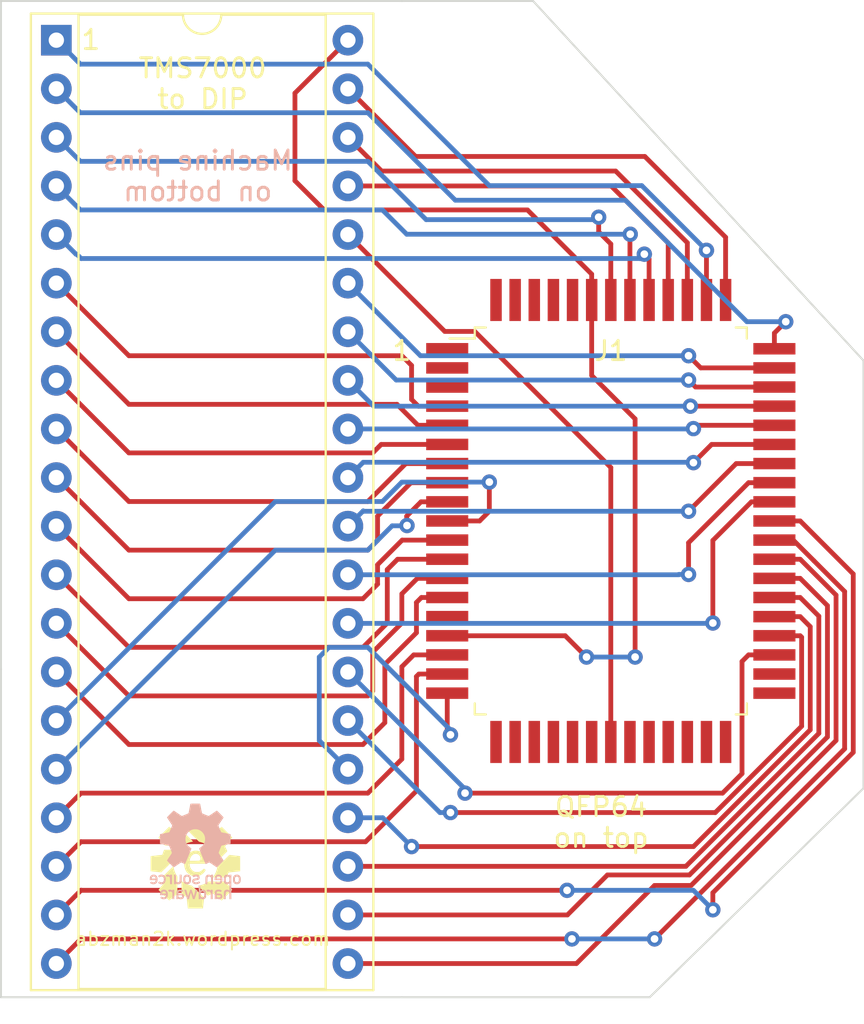
<source format=kicad_pcb>
(kicad_pcb (version 20211014) (generator pcbnew)
  (layers (0 "F.Cu" signal) (31 "B.Cu" signal) (34 "B.Paste" user) (35 "F.Paste" user) (36 "B.SilkS" user "B.Silkscreen") (37 "F.SilkS" user "F.Silkscreen") (38 "B.Mask" user) (39 "F.Mask" user) (44 "Edge.Cuts" user))
  (net 0 "")
  (net 1 "B5")
  (net 2 "B0")
  (net 3 "B2")
  (net 4 "B6")
  (net 5 "B3")
  (net 6 "B7")
  (net 7 "B1")
  (net 8 "Vss")
  (net 9 "B4")
  (net 10 "A1")
  (net 11 "A3")
  (net 12 "A7")
  (net 13 "{slash}INT1")
  (net 14 "A6")
  (net 15 "A0")
  (net 16 "A2")
  (net 17 "A4")
  (net 18 "{slash}INT3")
  (net 19 "{slash}RESET")
  (net 20 "XTAL2")
  (net 21 "D7")
  (net 22 "D4")
  (net 23 "D2")
  (net 24 "D1")
  (net 25 "A5")
  (net 26 "XTAL1")
  (net 27 "D6")
  (net 28 "D5")
  (net 29 "D3")
  (net 30 "Vcc")
  (net 31 "D0")
  (net 32 "C1")
  (net 33 "C3")
  (net 34 "C5")
  (net 35 "C7")
  (net 36 "MC")
  (net 37 "C0")
  (net 38 "C2")
  (net 39 "C4")
  (net 40 "C6")
  (net 41 "F0")
  (net 42 "F2")
  (net 43 "F4")
  (net 44 "F6")
  (net 45 "F1")
  (net 46 "F3")
  (net 47 "F5")
  (net 48 "F7")
  (net 49 "{slash}HALT")
  (net 50 "G2")
  (net 51 "G4")
  (net 52 "E1")
  (net 53 "E3")
  (net 54 "E5")
  (net 55 "E7")
  (net 56 "G0")
  (net 57 "G1")
  (net 58 "G3")
  (net 59 "G5")
  (net 60 "E0")
  (net 61 "E2")
  (net 62 "E4")
  (net 63 "E6")
  (footprint "Package_DIP:DIP-40_W15.24mm_Socket" (layer "F.Cu") (at 120.116 48.5315)
    (fp_text reference "U1" hide)
    (fp_text value "DIP40 male pins")
    (pad "1" thru_hole rect locked (at 0 0) (size 1.6 1.6) (drill 0.8) (layers *.Cu *.Mask) (net 1 "B5"))
    (pad "2" thru_hole oval locked (at 0 2.54) (size 1.6 1.6) (drill 0.8) (layers *.Cu *.Mask) (net 6 "B7"))
    (pad "3" thru_hole oval locked (at 0 5.08) (size 1.6 1.6) (drill 0.8) (layers *.Cu *.Mask) (net 2 "B0"))
    (pad "4" thru_hole oval locked (at 0 7.62) (size 1.6 1.6) (drill 0.8) (layers *.Cu *.Mask) (net 7 "B1"))
    (pad "5" thru_hole oval locked (at 0 10.16) (size 1.6 1.6) (drill 0.8) (layers *.Cu *.Mask) (net 3 "B2"))
    (pad "6" thru_hole oval locked (at 0 12.7) (size 1.6 1.6) (drill 0.8) (layers *.Cu *.Mask) (net 15 "A0"))
    (pad "7" thru_hole oval locked (at 0 15.24) (size 1.6 1.6) (drill 0.8) (layers *.Cu *.Mask) (net 10 "A1"))
    (pad "8" thru_hole oval locked (at 0 17.78) (size 1.6 1.6) (drill 0.8) (layers *.Cu *.Mask) (net 16 "A2"))
    (pad "9" thru_hole oval locked (at 0 20.32) (size 1.6 1.6) (drill 0.8) (layers *.Cu *.Mask) (net 11 "A3"))
    (pad "10" thru_hole oval locked (at 0 22.86) (size 1.6 1.6) (drill 0.8) (layers *.Cu *.Mask) (net 17 "A4"))
    (pad "11" thru_hole oval locked (at 0 25.4) (size 1.6 1.6) (drill 0.8) (layers *.Cu *.Mask) (net 12 "A7"))
    (pad "12" thru_hole oval locked (at 0 27.94) (size 1.6 1.6) (drill 0.8) (layers *.Cu *.Mask) (net 18 "{slash}INT3"))
    (pad "13" thru_hole oval locked (at 0 30.48) (size 1.6 1.6) (drill 0.8) (layers *.Cu *.Mask) (net 13 "{slash}INT1"))
    (pad "14" thru_hole oval locked (at 0 33.02) (size 1.6 1.6) (drill 0.8) (layers *.Cu *.Mask) (net 19 "{slash}RESET"))
    (pad "15" thru_hole oval locked (at 0 35.56) (size 1.6 1.6) (drill 0.8) (layers *.Cu *.Mask) (net 14 "A6"))
    (pad "16" thru_hole oval locked (at 0 38.1) (size 1.6 1.6) (drill 0.8) (layers *.Cu *.Mask) (net 25 "A5"))
    (pad "17" thru_hole oval locked (at 0 40.64) (size 1.6 1.6) (drill 0.8) (layers *.Cu *.Mask) (net 20 "XTAL2"))
    (pad "18" thru_hole oval locked (at 0 43.18) (size 1.6 1.6) (drill 0.8) (layers *.Cu *.Mask) (net 26 "XTAL1"))
    (pad "19" thru_hole oval locked (at 0 45.72) (size 1.6 1.6) (drill 0.8) (layers *.Cu *.Mask) (net 21 "D7"))
    (pad "20" thru_hole oval locked (at 0 48.26) (size 1.6 1.6) (drill 0.8) (layers *.Cu *.Mask) (net 27 "D6"))
    (pad "21" thru_hole oval locked (at 15.24 48.26) (size 1.6 1.6) (drill 0.8) (layers *.Cu *.Mask) (net 28 "D5"))
    (pad "22" thru_hole oval locked (at 15.24 45.72) (size 1.6 1.6) (drill 0.8) (layers *.Cu *.Mask) (net 22 "D4"))
    (pad "23" thru_hole oval locked (at 15.24 43.18) (size 1.6 1.6) (drill 0.8) (layers *.Cu *.Mask) (net 29 "D3"))
    (pad "24" thru_hole oval locked (at 15.24 40.64) (size 1.6 1.6) (drill 0.8) (layers *.Cu *.Mask) (net 23 "D2"))
    (pad "25" thru_hole oval locked (at 15.24 38.1) (size 1.6 1.6) (drill 0.8) (layers *.Cu *.Mask) (net 30 "Vcc"))
    (pad "26" thru_hole oval locked (at 15.24 35.56) (size 1.6 1.6) (drill 0.8) (layers *.Cu *.Mask) (net 24 "D1"))
    (pad "27" thru_hole oval locked (at 15.24 33.02) (size 1.6 1.6) (drill 0.8) (layers *.Cu *.Mask) (net 31 "D0"))
    (pad "28" thru_hole oval locked (at 15.24 30.48) (size 1.6 1.6) (drill 0.8) (layers *.Cu *.Mask) (net 37 "C0"))
    (pad "29" thru_hole oval locked (at 15.24 27.94) (size 1.6 1.6) (drill 0.8) (layers *.Cu *.Mask) (net 32 "C1"))
    (pad "30" thru_hole oval locked (at 15.24 25.4) (size 1.6 1.6) (drill 0.8) (layers *.Cu *.Mask) (net 38 "C2"))
    (pad "31" thru_hole oval locked (at 15.24 22.86) (size 1.6 1.6) (drill 0.8) (layers *.Cu *.Mask) (net 33 "C3"))
    (pad "32" thru_hole oval locked (at 15.24 20.32) (size 1.6 1.6) (drill 0.8) (layers *.Cu *.Mask) (net 39 "C4"))
    (pad "33" thru_hole oval locked (at 15.24 17.78) (size 1.6 1.6) (drill 0.8) (layers *.Cu *.Mask) (net 34 "C5"))
    (pad "34" thru_hole oval locked (at 15.24 15.24) (size 1.6 1.6) (drill 0.8) (layers *.Cu *.Mask) (net 40 "C6"))
    (pad "35" thru_hole oval locked (at 15.24 12.7) (size 1.6 1.6) (drill 0.8) (layers *.Cu *.Mask) (net 35 "C7"))
    (pad "36" thru_hole oval locked (at 15.24 10.16) (size 1.6 1.6) (drill 0.8) (layers *.Cu *.Mask) (net 36 "MC"))
    (pad "37" thru_hole oval locked (at 15.24 7.62) (size 1.6 1.6) (drill 0.8) (layers *.Cu *.Mask) (net 5 "B3"))
    (pad "38" thru_hole oval locked (at 15.24 5.08) (size 1.6 1.6) (drill 0.8) (layers *.Cu *.Mask) (net 9 "B4"))
    (pad "39" thru_hole oval locked (at 15.24 2.54) (size 1.6 1.6) (drill 0.8) (layers *.Cu *.Mask) (net 4 "B6"))
    (pad "40" thru_hole oval locked (at 15.24 0) (size 1.6 1.6) (drill 0.8) (layers *.Cu *.Mask) (net 8 "Vss"))
  )
  (footprint "Evan's misc parts:Evan Logo" (layer "F.Cu") (at 127.381 91.567)
    (fp_text reference "G***" hide)
    (fp_text value "LOGO" hide)
  )
  (footprint "Evan's misc parts:QFP-64_14x20mm_P1.0mm" (layer "F.Cu") (at 149.098 73.66)
    (fp_text reference "J1" (at 0 -8.89) (layer "F.SilkS"))
    (fp_text value "qfp 64")
    (pad "1" smd rect (at -8.55 -9 270) (size 0.6 2.2) (layers "F.Cu" "F.Paste" "F.Mask") (net 47 "F5"))
    (pad "2" smd rect (at -8.55 -8 270) (size 0.6 2.2) (layers "F.Cu" "F.Paste" "F.Mask") (net 44 "F6"))
    (pad "3" smd rect (at -8.55 -7 270) (size 0.6 2.2) (layers "F.Cu" "F.Paste" "F.Mask") (net 48 "F7"))
    (pad "4" smd rect (at -8.55 -6 270) (size 0.6 2.2) (layers "F.Cu" "F.Paste" "F.Mask") (net 15 "A0"))
    (pad "5" smd rect (at -8.55 -5 270) (size 0.6 2.2) (layers "F.Cu" "F.Paste" "F.Mask") (net 10 "A1"))
    (pad "6" smd rect (at -8.55 -4 270) (size 0.6 2.2) (layers "F.Cu" "F.Paste" "F.Mask") (net 16 "A2"))
    (pad "7" smd rect (at -8.55 -3 270) (size 0.6 2.2) (layers "F.Cu" "F.Paste" "F.Mask") (net 11 "A3"))
    (pad "8" smd rect (at -8.55 -2 270) (size 0.6 2.2) (layers "F.Cu" "F.Paste" "F.Mask") (net 17 "A4"))
    (pad "9" smd rect (at -8.55 -1 270) (size 0.6 2.2) (layers "F.Cu" "F.Paste" "F.Mask") (net 25 "A5"))
    (pad "10" smd rect (at -8.55 0 270) (size 0.6 2.2) (layers "F.Cu" "F.Paste" "F.Mask") (net 14 "A6"))
    (pad "11" smd rect (at -8.55 1 270) (size 0.6 2.2) (layers "F.Cu" "F.Paste" "F.Mask") (net 12 "A7"))
    (pad "12" smd rect (at -8.55 2 270) (size 0.6 2.2) (layers "F.Cu" "F.Paste" "F.Mask") (net 18 "{slash}INT3"))
    (pad "13" smd rect (at -8.55 3 270) (size 0.6 2.2) (layers "F.Cu" "F.Paste" "F.Mask") (net 13 "{slash}INT1"))
    (pad "14" smd rect (at -8.55 4 270) (size 0.6 2.2) (layers "F.Cu" "F.Paste" "F.Mask") (net 19 "{slash}RESET"))
    (pad "15" smd rect (at -8.55 5 270) (size 0.6 2.2) (layers "F.Cu" "F.Paste" "F.Mask") (net 49 "{slash}HALT"))
    (pad "16" smd rect (at -8.55 6 270) (size 0.6 2.2) (layers "F.Cu" "F.Paste" "F.Mask") (net 8 "Vss"))
    (pad "17" smd rect (at -8.55 7 270) (size 0.6 2.2) (layers "F.Cu" "F.Paste" "F.Mask") (net 20 "XTAL2"))
    (pad "18" smd rect (at -8.55 8 270) (size 0.6 2.2) (layers "F.Cu" "F.Paste" "F.Mask") (net 26 "XTAL1"))
    (pad "19" smd rect (at -8.55 9 270) (size 0.6 2.2) (layers "F.Cu" "F.Paste" "F.Mask") (net 30 "Vcc"))
    (pad "20" smd rect (at -6 11.55) (size 0.6 2.2) (layers "F.Cu" "F.Paste" "F.Mask") (net 56 "G0"))
    (pad "21" smd rect (at -5 11.55) (size 0.6 2.2) (layers "F.Cu" "F.Paste" "F.Mask") (net 57 "G1"))
    (pad "22" smd rect (at -4 11.55) (size 0.6 2.2) (layers "F.Cu" "F.Paste" "F.Mask") (net 50 "G2"))
    (pad "23" smd rect (at -3 11.55) (size 0.6 2.2) (layers "F.Cu" "F.Paste" "F.Mask") (net 58 "G3"))
    (pad "24" smd rect (at -2 11.55) (size 0.6 2.2) (layers "F.Cu" "F.Paste" "F.Mask") (net 51 "G4"))
    (pad "25" smd rect (at -1 11.55) (size 0.6 2.2) (layers "F.Cu" "F.Paste" "F.Mask") (net 59 "G5"))
    (pad "26" smd rect (at 0 11.55) (size 0.6 2.2) (layers "F.Cu" "F.Paste" "F.Mask") (net 36 "MC"))
    (pad "27" smd rect (at 1 11.55) (size 0.6 2.2) (layers "F.Cu" "F.Paste" "F.Mask") (net 60 "E0"))
    (pad "28" smd rect (at 2 11.55) (size 0.6 2.2) (layers "F.Cu" "F.Paste" "F.Mask") (net 52 "E1"))
    (pad "29" smd rect (at 3 11.55) (size 0.6 2.2) (layers "F.Cu" "F.Paste" "F.Mask") (net 61 "E2"))
    (pad "30" smd rect (at 4 11.55) (size 0.6 2.2) (layers "F.Cu" "F.Paste" "F.Mask") (net 53 "E3"))
    (pad "31" smd rect (at 5 11.55) (size 0.6 2.2) (layers "F.Cu" "F.Paste" "F.Mask") (net 62 "E4"))
    (pad "32" smd rect (at 6 11.55) (size 0.6 2.2) (layers "F.Cu" "F.Paste" "F.Mask") (net 54 "E5"))
    (pad "33" smd rect (at 8.55 9 90) (size 0.6 2.2) (layers "F.Cu" "F.Paste" "F.Mask") (net 63 "E6"))
    (pad "34" smd rect (at 8.55 8 90) (size 0.6 2.2) (layers "F.Cu" "F.Paste" "F.Mask") (net 55 "E7"))
    (pad "35" smd rect (at 8.55 7 90) (size 0.6 2.2) (layers "F.Cu" "F.Paste" "F.Mask") (net 31 "D0"))
    (pad "36" smd rect (at 8.55 6 90) (size 0.6 2.2) (layers "F.Cu" "F.Paste" "F.Mask") (net 24 "D1"))
    (pad "37" smd rect (at 8.55 5 90) (size 0.6 2.2) (layers "F.Cu" "F.Paste" "F.Mask") (net 23 "D2"))
    (pad "38" smd rect (at 8.55 4 90) (size 0.6 2.2) (layers "F.Cu" "F.Paste" "F.Mask") (net 29 "D3"))
    (pad "39" smd rect (at 8.55 3 90) (size 0.6 2.2) (layers "F.Cu" "F.Paste" "F.Mask") (net 22 "D4"))
    (pad "40" smd rect (at 8.55 2 90) (size 0.6 2.2) (layers "F.Cu" "F.Paste" "F.Mask") (net 28 "D5"))
    (pad "41" smd rect (at 8.55 1 90) (size 0.6 2.2) (layers "F.Cu" "F.Paste" "F.Mask") (net 27 "D6"))
    (pad "42" smd rect (at 8.55 0 90) (size 0.6 2.2) (layers "F.Cu" "F.Paste" "F.Mask") (net 21 "D7"))
    (pad "43" smd rect (at 8.55 -1 90) (size 0.6 2.2) (layers "F.Cu" "F.Paste" "F.Mask") (net 37 "C0"))
    (pad "44" smd rect (at 8.55 -2 90) (size 0.6 2.2) (layers "F.Cu" "F.Paste" "F.Mask") (net 32 "C1"))
    (pad "45" smd rect (at 8.55 -3 90) (size 0.6 2.2) (layers "F.Cu" "F.Paste" "F.Mask") (net 38 "C2"))
    (pad "46" smd rect (at 8.55 -4 90) (size 0.6 2.2) (layers "F.Cu" "F.Paste" "F.Mask") (net 33 "C3"))
    (pad "47" smd rect (at 8.55 -5 90) (size 0.6 2.2) (layers "F.Cu" "F.Paste" "F.Mask") (net 39 "C4"))
    (pad "48" smd rect (at 8.55 -6 90) (size 0.6 2.2) (layers "F.Cu" "F.Paste" "F.Mask") (net 34 "C5"))
    (pad "49" smd rect (at 8.55 -7 90) (size 0.6 2.2) (layers "F.Cu" "F.Paste" "F.Mask") (net 40 "C6"))
    (pad "50" smd rect (at 8.55 -8 90) (size 0.6 2.2) (layers "F.Cu" "F.Paste" "F.Mask") (net 35 "C7"))
    (pad "51" smd rect (at 8.55 -9 90) (size 0.6 2.2) (layers "F.Cu" "F.Paste" "F.Mask") (net 6 "B7"))
    (pad "52" smd rect (at 6 -11.55 180) (size 0.6 2.2) (layers "F.Cu" "F.Paste" "F.Mask") (net 4 "B6"))
    (pad "53" smd rect (at 5 -11.55 180) (size 0.6 2.2) (layers "F.Cu" "F.Paste" "F.Mask") (net 1 "B5"))
    (pad "54" smd rect (at 4 -11.55 180) (size 0.6 2.2) (layers "F.Cu" "F.Paste" "F.Mask") (net 9 "B4"))
    (pad "55" smd rect (at 3 -11.55 180) (size 0.6 2.2) (layers "F.Cu" "F.Paste" "F.Mask") (net 5 "B3"))
    (pad "56" smd rect (at 2 -11.55 180) (size 0.6 2.2) (layers "F.Cu" "F.Paste" "F.Mask") (net 3 "B2"))
    (pad "57" smd rect (at 1 -11.55 180) (size 0.6 2.2) (layers "F.Cu" "F.Paste" "F.Mask") (net 7 "B1"))
    (pad "58" smd rect (at 0 -11.55 180) (size 0.6 2.2) (layers "F.Cu" "F.Paste" "F.Mask") (net 2 "B0"))
    (pad "59" smd rect (at -1 -11.55 180) (size 0.6 2.2) (layers "F.Cu" "F.Paste" "F.Mask") (net 8 "Vss"))
    (pad "60" smd rect (at -2 -11.55 180) (size 0.6 2.2) (layers "F.Cu" "F.Paste" "F.Mask") (net 41 "F0"))
    (pad "61" smd rect (at -3 -11.55 180) (size 0.6 2.2) (layers "F.Cu" "F.Paste" "F.Mask") (net 45 "F1"))
    (pad "62" smd rect (at -4 -11.55 180) (size 0.6 2.2) (layers "F.Cu" "F.Paste" "F.Mask") (net 42 "F2"))
    (pad "63" smd rect (at -5 -11.55 180) (size 0.6 2.2) (layers "F.Cu" "F.Paste" "F.Mask") (net 46 "F3"))
    (pad "64" smd rect (at -6 -11.55 180) (size 0.6 2.2) (layers "F.Cu" "F.Paste" "F.Mask") (net 43 "F4"))
  )
  (footprint "Evan's misc parts:OSHW gear" (layer "B.Cu") (at 127.381 90.932 180)
    (fp_text reference "G***" hide)
    (fp_text value "LOGO" hide)
  )
  (gr_line (start 138.176 98.552) (end 151.13 98.552) (layer "Edge.Cuts") (width 0.1))
  (gr_line (start 117.221 98.552) (end 138.176 98.552) (layer "Edge.Cuts") (width 0.1))
  (gr_line (start 138.176 46.482) (end 145.034 46.482) (layer "Edge.Cuts") (width 0.1))
  (gr_line (start 145.034 46.482) (end 162.306 65.278) (layer "Edge.Cuts") (width 0.1))
  (gr_line (start 151.13 98.552) (end 162.306 87.63) (layer "Edge.Cuts") (width 0.1))
  (gr_line (start 117.221 46.482) (end 117.221 81.407) (layer "Edge.Cuts") (width 0.1))
  (gr_line (start 138.176 46.482) (end 117.221 46.482) (layer "Edge.Cuts") (width 0.1))
  (gr_line (start 162.306 65.278) (end 162.306 87.63) (layer "Edge.Cuts") (width 0.1))
  (gr_line (start 117.221 81.407) (end 117.221 98.552) (layer "Edge.Cuts") (width 0.1))
  (gr_text "Machine pins\non bottom" (at 127.508 55.626) (layer "B.SilkS") (effects (font (size 1 1)) (justify mirror)))
  (gr_text "TMS7000\nto DIP" (at 127.762 50.8) (layer "F.SilkS") (effects (font (size 1 1))))
  (gr_text "1" (at 138.176 64.77) (layer "F.SilkS") (effects (font (size 1 1))))
  (gr_text "1" (at 121.92 48.514) (layer "F.SilkS") (effects (font (size 1 1))))
  (gr_text "abzman2k.wordpress.com" (at 127.762 95.504) (layer "F.SilkS") (effects (font (size 0.7 0.7) (thickness 0.1))))
  (gr_text "QFP64\non top" (at 148.59 89.408) (layer "F.SilkS") (effects (font (size 1 1))))
  (segment (start 154.098 62.11) (end 154.098 59.516) (width 0.25) (layer "F.Cu") (net 1))
  (via (at 154.098 59.516) (size 0.8) (drill 0.4) (layers "F.Cu" "B.Cu") (net 1))
  (segment (start 142.748 56.134) (end 136.398 49.784) (width 0.25) (layer "B.Cu") (net 1))
  (segment (start 121.3685 49.784) (end 136.398 49.784) (width 0.25) (layer "B.Cu") (net 1))
  (segment (start 150.716 56.134) (end 149.352 56.134) (width 0.25) (layer "B.Cu") (net 1))
  (segment (start 149.352 56.134) (end 142.748 56.134) (width 0.25) (layer "B.Cu") (net 1))
  (segment (start 120.116 48.5315) (end 121.3685 49.784) (width 0.25) (layer "B.Cu") (net 1))
  (segment (start 154.098 59.516) (end 150.716 56.134) (width 0.25) (layer "B.Cu") (net 1))
  (segment (start 149.098 62.11) (end 149.098 59.182) (width 0.25) (layer "F.Cu") (net 2))
  (segment (start 149.098 59.182) (end 148.463989 58.547989) (width 0.25) (layer "F.Cu") (net 2))
  (segment (start 148.463989 58.547989) (end 148.463989 57.784011) (width 0.25) (layer "F.Cu") (net 2))
  (via (at 148.463989 57.784011) (size 0.8) (drill 0.4) (layers "F.Cu" "B.Cu") (net 2))
  (segment (start 121.3685 54.864) (end 136.398 54.864) (width 0.25) (layer "B.Cu") (net 2))
  (segment (start 148.463989 57.784011) (end 148.336 57.912) (width 0.25) (layer "B.Cu") (net 2))
  (segment (start 120.116 53.6115) (end 121.3685 54.864) (width 0.25) (layer "B.Cu") (net 2))
  (segment (start 148.336 57.912) (end 139.446 57.912) (width 0.25) (layer "B.Cu") (net 2))
  (segment (start 139.446 57.912) (end 136.398 54.864) (width 0.25) (layer "B.Cu") (net 2))
  (segment (start 151.098 62.11) (end 151.098 59.964022) (width 0.25) (layer "F.Cu") (net 3))
  (segment (start 151.098 59.964022) (end 150.849989 59.716011) (width 0.25) (layer "F.Cu") (net 3))
  (via (at 150.849989 59.716011) (size 0.8) (drill 0.4) (layers "F.Cu" "B.Cu") (net 3))
  (segment (start 121.184011 59.716011) (end 121.412 59.944) (width 0.25) (layer "B.Cu") (net 3))
  (segment (start 121.412 59.944) (end 150.622 59.944) (width 0.25) (layer "B.Cu") (net 3))
  (segment (start 121.140511 59.716011) (end 121.184011 59.716011) (width 0.25) (layer "B.Cu") (net 3))
  (segment (start 150.622 59.944) (end 150.849989 59.716011) (width 0.25) (layer "B.Cu") (net 3))
  (segment (start 120.116 58.6915) (end 121.140511 59.716011) (width 0.25) (layer "B.Cu") (net 3))
  (segment (start 150.876 54.61) (end 138.8945 54.61) (width 0.25) (layer "F.Cu") (net 4))
  (segment (start 155.098 62.11) (end 155.098 58.832) (width 0.25) (layer "F.Cu") (net 4))
  (segment (start 155.098 58.832) (end 150.876 54.61) (width 0.25) (layer "F.Cu") (net 4))
  (segment (start 138.8945 54.61) (end 135.356 51.0715) (width 0.25) (layer "F.Cu") (net 4))
  (segment (start 149.1155 56.1515) (end 152.098 59.134) (width 0.25) (layer "F.Cu") (net 5))
  (segment (start 135.356 56.1515) (end 149.1155 56.1515) (width 0.25) (layer "F.Cu") (net 5))
  (segment (start 152.098 59.134) (end 152.098 62.11) (width 0.25) (layer "F.Cu") (net 5))
  (segment (start 157.648 63.84) (end 158.242 63.246) (width 0.25) (layer "F.Cu") (net 6))
  (segment (start 157.648 64.66) (end 157.648 63.84) (width 0.25) (layer "F.Cu") (net 6))
  (via (at 158.242 63.246) (size 0.8) (drill 0.4) (layers "F.Cu" "B.Cu") (net 6))
  (segment (start 140.97 56.896) (end 136.398 52.324) (width 0.25) (layer "B.Cu") (net 6))
  (segment (start 158.242 63.246) (end 156.21 63.246) (width 0.25) (layer "B.Cu") (net 6))
  (segment (start 136.398 52.324) (end 121.3685 52.324) (width 0.25) (layer "B.Cu") (net 6))
  (segment (start 149.86 56.896) (end 140.97 56.896) (width 0.25) (layer "B.Cu") (net 6))
  (segment (start 156.21 63.246) (end 149.86 56.896) (width 0.25) (layer "B.Cu") (net 6))
  (segment (start 121.3685 52.324) (end 120.116 51.0715) (width 0.25) (layer "B.Cu") (net 6))
  (segment (start 150.098 58.69) (end 150.098 62.11) (width 0.25) (layer "F.Cu") (net 7))
  (segment (start 150.114 58.674) (end 150.098 58.69) (width 0.25) (layer "F.Cu") (net 7))
  (via (at 150.114 58.674) (size 0.8) (drill 0.4) (layers "F.Cu" "B.Cu") (net 7))
  (segment (start 121.3685 57.404) (end 135.128 57.404) (width 0.25) (layer "B.Cu") (net 7))
  (segment (start 120.116 56.1515) (end 121.3685 57.404) (width 0.25) (layer "B.Cu") (net 7))
  (segment (start 137.16 57.404) (end 138.43 58.674) (width 0.25) (layer "B.Cu") (net 7))
  (segment (start 135.128 57.404) (end 137.16 57.404) (width 0.25) (layer "B.Cu") (net 7))
  (segment (start 138.43 58.674) (end 150.114 58.674) (width 0.25) (layer "B.Cu") (net 7))
  (segment (start 144.742 57.404) (end 134.112 57.404) (width 0.25) (layer "F.Cu") (net 8))
  (segment (start 148.098 66.056) (end 148.098 62.11) (width 0.25) (layer "F.Cu") (net 8))
  (segment (start 148.098 62.11) (end 148.098 60.76) (width 0.25) (layer "F.Cu") (net 8))
  (segment (start 148.098 60.76) (end 144.742 57.404) (width 0.25) (layer "F.Cu") (net 8))
  (segment (start 146.716 79.66) (end 147.828 80.772) (width 0.25) (layer "F.Cu") (net 8))
  (segment (start 134.112 57.404) (end 132.588 55.88) (width 0.25) (layer "F.Cu") (net 8))
  (segment (start 150.368 68.326) (end 148.098 66.056) (width 0.25) (layer "F.Cu") (net 8))
  (segment (start 150.368 80.772) (end 150.368 68.326) (width 0.25) (layer "F.Cu") (net 8))
  (segment (start 132.588 55.88) (end 132.588 51.2995) (width 0.25) (layer "F.Cu") (net 8))
  (segment (start 132.588 51.2995) (end 135.356 48.5315) (width 0.25) (layer "F.Cu") (net 8))
  (segment (start 140.548 79.66) (end 146.716 79.66) (width 0.25) (layer "F.Cu") (net 8))
  (via (at 150.368 80.772) (size 0.8) (drill 0.4) (layers "F.Cu" "B.Cu") (net 8))
  (via (at 147.828 80.772) (size 0.8) (drill 0.4) (layers "F.Cu" "B.Cu") (net 8))
  (segment (start 147.828 80.772) (end 150.368 80.772) (width 0.25) (layer "B.Cu") (net 8))
  (segment (start 153.098 62.11) (end 153.098 59.118) (width 0.25) (layer "F.Cu") (net 9))
  (segment (start 153.098 59.118) (end 149.352 55.372) (width 0.25) (layer "F.Cu") (net 9))
  (segment (start 137.1165 55.372) (end 135.356 53.6115) (width 0.25) (layer "F.Cu") (net 9))
  (segment (start 149.352 55.372) (end 137.1165 55.372) (width 0.25) (layer "F.Cu") (net 9))
  (segment (start 120.116 63.7715) (end 123.9085 67.564) (width 0.25) (layer "F.Cu") (net 10))
  (segment (start 123.9085 67.564) (end 137.922 67.564) (width 0.25) (layer "F.Cu") (net 10))
  (segment (start 139.018 68.66) (end 140.548 68.66) (width 0.25) (layer "F.Cu") (net 10))
  (segment (start 137.922 67.564) (end 139.018 68.66) (width 0.25) (layer "F.Cu") (net 10))
  (segment (start 120.116 68.8515) (end 123.9085 72.644) (width 0.25) (layer "F.Cu") (net 11))
  (segment (start 138.382 70.66) (end 140.548 70.66) (width 0.25) (layer "F.Cu") (net 11))
  (segment (start 123.9085 72.644) (end 136.398 72.644) (width 0.25) (layer "F.Cu") (net 11))
  (segment (start 136.398 72.644) (end 138.382 70.66) (width 0.25) (layer "F.Cu") (net 11))
  (segment (start 136.906 75.946) (end 136.906 76.962) (width 0.25) (layer "F.Cu") (net 12))
  (segment (start 136.144 77.724) (end 123.9085 77.724) (width 0.25) (layer "F.Cu") (net 12))
  (segment (start 123.9085 77.724) (end 120.116 73.9315) (width 0.25) (layer "F.Cu") (net 12))
  (segment (start 136.906 76.962) (end 136.144 77.724) (width 0.25) (layer "F.Cu") (net 12))
  (segment (start 138.192 74.66) (end 136.906 75.946) (width 0.25) (layer "F.Cu") (net 12))
  (segment (start 140.548 74.66) (end 138.192 74.66) (width 0.25) (layer "F.Cu") (net 12))
  (segment (start 136.652 82.55) (end 136.398 82.804) (width 0.25) (layer "F.Cu") (net 13))
  (segment (start 136.652 80.518) (end 136.652 82.55) (width 0.25) (layer "F.Cu") (net 13))
  (segment (start 123.9085 82.804) (end 120.116 79.0115) (width 0.25) (layer "F.Cu") (net 13))
  (segment (start 138.176 78.994) (end 136.652 80.518) (width 0.25) (layer "F.Cu") (net 13))
  (segment (start 138.986 76.66) (end 138.176 77.47) (width 0.25) (layer "F.Cu") (net 13))
  (segment (start 138.176 77.47) (end 138.176 78.994) (width 0.25) (layer "F.Cu") (net 13))
  (segment (start 140.548 76.66) (end 138.986 76.66) (width 0.25) (layer "F.Cu") (net 13))
  (segment (start 136.398 82.804) (end 123.9085 82.804) (width 0.25) (layer "F.Cu") (net 13))
  (segment (start 142.24 73.66) (end 142.748 73.152) (width 0.25) (layer "F.Cu") (net 14))
  (segment (start 140.548 73.66) (end 142.24 73.66) (width 0.25) (layer "F.Cu") (net 14))
  (segment (start 142.748 73.152) (end 142.748 71.628) (width 0.25) (layer "F.Cu") (net 14))
  (via (at 142.748 71.628) (size 0.8) (drill 0.4) (layers "F.Cu" "B.Cu") (net 14))
  (segment (start 138.176 71.628) (end 142.748 71.628) (width 0.25) (layer "B.Cu") (net 14))
  (segment (start 131.5635 72.644) (end 137.16 72.644) (width 0.25) (layer "B.Cu") (net 14))
  (segment (start 137.16 72.644) (end 138.176 71.628) (width 0.25) (layer "B.Cu") (net 14))
  (segment (start 120.116 84.0915) (end 131.5635 72.644) (width 0.25) (layer "B.Cu") (net 14))
  (segment (start 139.034 67.66) (end 138.684 67.31) (width 0.25) (layer "F.Cu") (net 15))
  (segment (start 140.548 67.66) (end 139.034 67.66) (width 0.25) (layer "F.Cu") (net 15))
  (segment (start 138.176 65.024) (end 123.9085 65.024) (width 0.25) (layer "F.Cu") (net 15))
  (segment (start 123.9085 65.024) (end 120.116 61.2315) (width 0.25) (layer "F.Cu") (net 15))
  (segment (start 138.684 67.31) (end 138.684 65.532) (width 0.25) (layer "F.Cu") (net 15))
  (segment (start 138.684 65.532) (end 138.176 65.024) (width 0.25) (layer "F.Cu") (net 15))
  (segment (start 140.548 69.66) (end 137.096 69.66) (width 0.25) (layer "F.Cu") (net 16))
  (segment (start 123.9085 70.104) (end 120.116 66.3115) (width 0.25) (layer "F.Cu") (net 16))
  (segment (start 137.096 69.66) (end 136.652 70.104) (width 0.25) (layer "F.Cu") (net 16))
  (segment (start 136.652 70.104) (end 123.9085 70.104) (width 0.25) (layer "F.Cu") (net 16))
  (segment (start 123.9085 75.184) (end 136.398 75.184) (width 0.25) (layer "F.Cu") (net 17))
  (segment (start 136.906 74.676) (end 136.906 73.406) (width 0.25) (layer "F.Cu") (net 17))
  (segment (start 136.906 73.406) (end 138.652 71.66) (width 0.25) (layer "F.Cu") (net 17))
  (segment (start 138.652 71.66) (end 140.548 71.66) (width 0.25) (layer "F.Cu") (net 17))
  (segment (start 120.116 71.3915) (end 123.9085 75.184) (width 0.25) (layer "F.Cu") (net 17))
  (segment (start 136.398 75.184) (end 136.906 74.676) (width 0.25) (layer "F.Cu") (net 17))
  (segment (start 123.9085 80.264) (end 120.116 76.4715) (width 0.25) (layer "F.Cu") (net 18))
  (segment (start 137.954 75.66) (end 137.414 76.2) (width 0.25) (layer "F.Cu") (net 18))
  (segment (start 140.548 75.66) (end 137.954 75.66) (width 0.25) (layer "F.Cu") (net 18))
  (segment (start 137.414 76.2) (end 137.414 78.994) (width 0.25) (layer "F.Cu") (net 18))
  (segment (start 136.144 80.264) (end 123.9085 80.264) (width 0.25) (layer "F.Cu") (net 18))
  (segment (start 137.414 78.994) (end 136.144 80.264) (width 0.25) (layer "F.Cu") (net 18))
  (segment (start 137.287 81.153) (end 137.287 84.201) (width 0.25) (layer "F.Cu") (net 19))
  (segment (start 138.938 79.502) (end 137.287 81.153) (width 0.25) (layer "F.Cu") (net 19))
  (segment (start 136.144 85.344) (end 123.9085 85.344) (width 0.25) (layer "F.Cu") (net 19))
  (segment (start 140.548 77.66) (end 139.198 77.66) (width 0.25) (layer "F.Cu") (net 19))
  (segment (start 137.287 84.201) (end 136.144 85.344) (width 0.25) (layer "F.Cu") (net 19))
  (segment (start 138.938 77.92) (end 138.938 79.502) (width 0.25) (layer "F.Cu") (net 19))
  (segment (start 123.9085 85.344) (end 120.116 81.5515) (width 0.25) (layer "F.Cu") (net 19))
  (segment (start 139.198 77.66) (end 138.938 77.92) (width 0.25) (layer "F.Cu") (net 19))
  (segment (start 121.4035 87.884) (end 120.116 89.1715) (width 0.25) (layer "F.Cu") (net 20))
  (segment (start 138.176 86.106) (end 136.398 87.884) (width 0.25) (layer "F.Cu") (net 20))
  (segment (start 136.398 87.884) (end 121.4035 87.884) (width 0.25) (layer "F.Cu") (net 20))
  (segment (start 138.796 80.66) (end 138.176 81.28) (width 0.25) (layer "F.Cu") (net 20))
  (segment (start 138.176 81.28) (end 138.176 86.106) (width 0.25) (layer "F.Cu") (net 20))
  (segment (start 140.548 80.66) (end 138.796 80.66) (width 0.25) (layer "F.Cu") (net 20))
  (segment (start 120.116 94.2515) (end 121.40775 92.95975) (width 0.25) (layer "F.Cu") (net 21))
  (segment (start 157.648 73.66) (end 158.998 73.66) (width 0.25) (layer "F.Cu") (net 21))
  (segment (start 158.998 73.66) (end 161.769631 76.431631) (width 0.25) (layer "F.Cu") (net 21))
  (segment (start 121.40775 92.95975) (end 121.412 92.964) (width 0.25) (layer "F.Cu") (net 21))
  (segment (start 121.412 92.964) (end 146.812 92.964) (width 0.25) (layer "F.Cu") (net 21))
  (segment (start 161.769631 85.754087) (end 154.432 93.091718) (width 0.25) (layer "F.Cu") (net 21))
  (segment (start 161.769631 76.431631) (end 161.769631 85.754087) (width 0.25) (layer "F.Cu") (net 21))
  (segment (start 154.432 93.091718) (end 154.432 93.98) (width 0.25) (layer "F.Cu") (net 21))
  (via (at 146.812 92.964) (size 0.8) (drill 0.4) (layers "F.Cu" "B.Cu") (net 21))
  (via (at 154.432 93.98) (size 0.8) (drill 0.4) (layers "F.Cu" "B.Cu") (net 21))
  (segment (start 146.812 92.964) (end 153.416 92.964) (width 0.25) (layer "B.Cu") (net 21))
  (segment (start 153.416 92.964) (end 154.432 93.98) (width 0.25) (layer "B.Cu") (net 21))
  (segment (start 158.998 76.66) (end 160.421071 78.083071) (width 0.25) (layer "F.Cu") (net 22))
  (segment (start 148.91998 92.16102) (end 146.8295 94.2515) (width 0.25) (layer "F.Cu") (net 22))
  (segment (start 146.8295 94.2515) (end 135.356 94.2515) (width 0.25) (layer "F.Cu") (net 22))
  (segment (start 160.421071 84.945801) (end 153.205851 92.16102) (width 0.25) (layer "F.Cu") (net 22))
  (segment (start 157.648 76.66) (end 158.998 76.66) (width 0.25) (layer "F.Cu") (net 22))
  (segment (start 160.421071 78.083071) (end 160.421071 84.945801) (width 0.25) (layer "F.Cu") (net 22))
  (segment (start 153.205851 92.16102) (end 148.91998 92.16102) (width 0.25) (layer "F.Cu") (net 22))
  (segment (start 157.648 78.66) (end 158.998 78.66) (width 0.25) (layer "F.Cu") (net 23))
  (segment (start 158.998 78.66) (end 159.522031 79.184031) (width 0.25) (layer "F.Cu") (net 23))
  (segment (start 153.417435 90.678) (end 138.684 90.678) (width 0.25) (layer "F.Cu") (net 23))
  (segment (start 159.522031 84.573403) (end 153.417435 90.678) (width 0.25) (layer "F.Cu") (net 23))
  (segment (start 159.522031 79.184031) (end 159.522031 84.573403) (width 0.25) (layer "F.Cu") (net 23))
  (via (at 138.684 90.678) (size 0.8) (drill 0.4) (layers "F.Cu" "B.Cu") (net 23))
  (segment (start 137.1775 89.1715) (end 138.684 90.678) (width 0.25) (layer "B.Cu") (net 23))
  (segment (start 135.356 89.1715) (end 137.1775 89.1715) (width 0.25) (layer "B.Cu") (net 23))
  (segment (start 154.559717 88.9) (end 140.716 88.9) (width 0.25) (layer "F.Cu") (net 24))
  (segment (start 159.072511 79.734511) (end 159.072511 84.387205) (width 0.25) (layer "F.Cu") (net 24))
  (segment (start 158.998 79.66) (end 159.072511 79.734511) (width 0.25) (layer "F.Cu") (net 24))
  (segment (start 159.072511 84.387205) (end 154.559717 88.9) (width 0.25) (layer "F.Cu") (net 24))
  (segment (start 157.648 79.66) (end 158.998 79.66) (width 0.25) (layer "F.Cu") (net 24))
  (via (at 140.716 88.9) (size 0.8) (drill 0.4) (layers "F.Cu" "B.Cu") (net 24))
  (segment (start 140.1645 88.9) (end 140.716 88.9) (width 0.25) (layer "B.Cu") (net 24))
  (segment (start 135.356 84.0915) (end 140.1645 88.9) (width 0.25) (layer "B.Cu") (net 24))
  (segment (start 139.176 72.66) (end 140.548 72.66) (width 0.25) (layer "F.Cu") (net 25))
  (segment (start 138.446 73.898) (end 138.43 73.882) (width 0.25) (layer "F.Cu") (net 25))
  (segment (start 138.43 73.406) (end 139.176 72.66) (width 0.25) (layer "F.Cu") (net 25))
  (segment (start 138.43 73.882) (end 138.43 73.406) (width 0.25) (layer "F.Cu") (net 25))
  (via (at 138.446 73.898) (size 0.8) (drill 0.4) (layers "F.Cu" "B.Cu") (net 25))
  (segment (start 131.5635 75.184) (end 136.398 75.184) (width 0.25) (layer "B.Cu") (net 25))
  (segment (start 137.668 73.914) (end 138.43 73.914) (width 0.25) (layer "B.Cu") (net 25))
  (segment (start 120.116 86.6315) (end 131.5635 75.184) (width 0.25) (layer "B.Cu") (net 25))
  (segment (start 136.398 75.184) (end 137.668 73.914) (width 0.25) (layer "B.Cu") (net 25))
  (segment (start 138.43 73.914) (end 138.446 73.898) (width 0.25) (layer "B.Cu") (net 25))
  (segment (start 139.066 81.66) (end 138.938 81.788) (width 0.25) (layer "F.Cu") (net 26))
  (segment (start 138.938 81.788) (end 138.938 87.76704) (width 0.25) (layer "F.Cu") (net 26))
  (segment (start 136.28104 90.424) (end 121.4035 90.424) (width 0.25) (layer "F.Cu") (net 26))
  (segment (start 140.548 81.66) (end 139.066 81.66) (width 0.25) (layer "F.Cu") (net 26))
  (segment (start 138.938 87.76704) (end 136.28104 90.424) (width 0.25) (layer "F.Cu") (net 26))
  (segment (start 121.4035 90.424) (end 120.116 91.7115) (width 0.25) (layer "F.Cu") (net 26))
  (segment (start 161.320111 85.567889) (end 151.384 95.504) (width 0.25) (layer "F.Cu") (net 27))
  (segment (start 147.066 95.504) (end 121.412 95.504) (width 0.25) (layer "F.Cu") (net 27))
  (segment (start 159.715858 75.742142) (end 161.320111 77.346394) (width 0.25) (layer "F.Cu") (net 27))
  (segment (start 158.633717 74.66) (end 159.715858 75.742142) (width 0.25) (layer "F.Cu") (net 27))
  (segment (start 157.648 74.66) (end 158.633717 74.66) (width 0.25) (layer "F.Cu") (net 27))
  (segment (start 161.320111 77.346394) (end 161.320111 85.567889) (width 0.25) (layer "F.Cu") (net 27))
  (segment (start 120.116 96.7915) (end 121.40775 95.49975) (width 0.25) (layer "F.Cu") (net 27))
  (segment (start 121.412 95.504) (end 121.40775 95.49975) (width 0.25) (layer "F.Cu") (net 27))
  (via (at 147.066 95.504) (size 0.8) (drill 0.4) (layers "F.Cu" "B.Cu") (net 27))
  (via (at 151.384 95.504) (size 0.8) (drill 0.4) (layers "F.Cu" "B.Cu") (net 27))
  (segment (start 147.066 95.504) (end 151.384 95.504) (width 0.25) (layer "B.Cu") (net 27))
  (segment (start 157.648 75.66) (end 158.998 75.66) (width 0.25) (layer "F.Cu") (net 28))
  (segment (start 151.384 92.71) (end 147.3025 96.7915) (width 0.25) (layer "F.Cu") (net 28))
  (segment (start 158.998 75.66) (end 160.870591 77.532591) (width 0.25) (layer "F.Cu") (net 28))
  (segment (start 160.870591 77.532591) (end 160.870591 85.131999) (width 0.25) (layer "F.Cu") (net 28))
  (segment (start 160.870591 85.131999) (end 153.292589 92.71) (width 0.25) (layer "F.Cu") (net 28))
  (segment (start 147.3025 96.7915) (end 135.356 96.7915) (width 0.25) (layer "F.Cu") (net 28))
  (segment (start 153.292589 92.71) (end 151.384 92.71) (width 0.25) (layer "F.Cu") (net 28))
  (segment (start 158.998 77.66) (end 159.971551 78.633551) (width 0.25) (layer "F.Cu") (net 29))
  (segment (start 159.971551 84.759603) (end 153.019653 91.7115) (width 0.25) (layer "F.Cu") (net 29))
  (segment (start 157.648 77.66) (end 158.998 77.66) (width 0.25) (layer "F.Cu") (net 29))
  (segment (start 159.971551 78.633551) (end 159.971551 84.759603) (width 0.25) (layer "F.Cu") (net 29))
  (segment (start 153.019653 91.7115) (end 135.356 91.7115) (width 0.25) (layer "F.Cu") (net 29))
  (segment (start 140.548 84.668) (end 140.716 84.836) (width 0.25) (layer "F.Cu") (net 30))
  (segment (start 140.548 82.66) (end 140.548 84.668) (width 0.25) (layer "F.Cu") (net 30))
  (via (at 140.716 84.836) (size 0.8) (drill 0.4) (layers "F.Cu" "B.Cu") (net 30))
  (segment (start 135.356 86.6315) (end 133.858 85.1335) (width 0.25) (layer "B.Cu") (net 30))
  (segment (start 140.716 84.582) (end 140.716 84.836) (width 0.25) (layer "B.Cu") (net 30))
  (segment (start 133.858 80.772) (end 134.366 80.264) (width 0.25) (layer "B.Cu") (net 30))
  (segment (start 133.858 85.1335) (end 133.858 80.772) (width 0.25) (layer "B.Cu") (net 30))
  (segment (start 134.366 80.264) (end 136.398 80.264) (width 0.25) (layer "B.Cu") (net 30))
  (segment (start 136.398 80.264) (end 140.716 84.582) (width 0.25) (layer "B.Cu") (net 30))
  (segment (start 156.298 80.66) (end 155.956 81.002) (width 0.25) (layer "F.Cu") (net 31))
  (segment (start 155.956 86.868) (end 154.94 87.884) (width 0.25) (layer "F.Cu") (net 31))
  (segment (start 157.648 80.66) (end 156.298 80.66) (width 0.25) (layer "F.Cu") (net 31))
  (segment (start 154.94 87.884) (end 141.478 87.884) (width 0.25) (layer "F.Cu") (net 31))
  (segment (start 155.956 81.002) (end 155.956 86.868) (width 0.25) (layer "F.Cu") (net 31))
  (via (at 141.478 87.884) (size 0.8) (drill 0.4) (layers "F.Cu" "B.Cu") (net 31))
  (segment (start 141.478 87.6735) (end 135.356 81.5515) (width 0.25) (layer "B.Cu") (net 31))
  (segment (start 141.478 87.884) (end 141.478 87.6735) (width 0.25) (layer "B.Cu") (net 31))
  (segment (start 153.162 74.796) (end 153.162 76.454) (width 0.25) (layer "F.Cu") (net 32))
  (segment (start 156.298 71.66) (end 153.162 74.796) (width 0.25) (layer "F.Cu") (net 32))
  (segment (start 157.648 71.66) (end 156.298 71.66) (width 0.25) (layer "F.Cu") (net 32))
  (via (at 153.162 76.454) (size 0.8) (drill 0.4) (layers "F.Cu" "B.Cu") (net 32))
  (segment (start 152.6365 76.4715) (end 152.654 76.454) (width 0.25) (layer "B.Cu") (net 32))
  (segment (start 152.654 76.454) (end 153.162 76.454) (width 0.25) (layer "B.Cu") (net 32))
  (segment (start 135.356 76.4715) (end 152.6365 76.4715) (width 0.25) (layer "B.Cu") (net 32))
  (segment (start 157.648 69.66) (end 154.368 69.66) (width 0.25) (layer "F.Cu") (net 33))
  (segment (start 154.368 69.66) (end 153.416 70.612) (width 0.25) (layer "F.Cu") (net 33))
  (via (at 153.416 70.612) (size 0.8) (drill 0.4) (layers "F.Cu" "B.Cu") (net 33))
  (segment (start 153.395501 70.591501) (end 153.416 70.612) (width 0.25) (layer "B.Cu") (net 33))
  (segment (start 136.155999 70.591501) (end 153.395501 70.591501) (width 0.25) (layer "B.Cu") (net 33))
  (segment (start 135.356 71.3915) (end 136.155999 70.591501) (width 0.25) (layer "B.Cu") (net 33))
  (segment (start 157.648 67.66) (end 153.258 67.66) (width 0.25) (layer "F.Cu") (net 34))
  (via (at 153.258 67.66) (size 0.8) (drill 0.4) (layers "F.Cu" "B.Cu") (net 34))
  (segment (start 136.7045 67.66) (end 153.258 67.66) (width 0.25) (layer "B.Cu") (net 34))
  (segment (start 135.356 66.3115) (end 136.7045 67.66) (width 0.25) (layer "B.Cu") (net 34))
  (segment (start 157.648 65.66) (end 153.798 65.66) (width 0.25) (layer "F.Cu") (net 35))
  (segment (start 153.798 65.66) (end 153.162 65.024) (width 0.25) (layer "F.Cu") (net 35))
  (via (at 153.162 65.024) (size 0.8) (drill 0.4) (layers "F.Cu" "B.Cu") (net 35))
  (segment (start 139.1485 65.024) (end 135.356 61.2315) (width 0.25) (layer "B.Cu") (net 35))
  (segment (start 153.162 65.024) (end 139.1485 65.024) (width 0.25) (layer "B.Cu") (net 35))
  (segment (start 140.4185 63.754) (end 141.986 63.754) (width 0.25) (layer "F.Cu") (net 36))
  (segment (start 135.356 58.6915) (end 140.4185 63.754) (width 0.25) (layer "F.Cu") (net 36))
  (segment (start 141.986 63.754) (end 149.098 70.866) (width 0.25) (layer "F.Cu") (net 36))
  (segment (start 149.098 70.866) (end 149.098 85.21) (width 0.25) (layer "F.Cu") (net 36))
  (segment (start 154.432 74.676) (end 154.432 78.994) (width 0.25) (layer "F.Cu") (net 37))
  (segment (start 156.448 72.66) (end 154.432 74.676) (width 0.25) (layer "F.Cu") (net 37))
  (segment (start 157.648 72.66) (end 156.448 72.66) (width 0.25) (layer "F.Cu") (net 37))
  (via (at 154.432 78.994) (size 0.8) (drill 0.4) (layers "F.Cu" "B.Cu") (net 37))
  (segment (start 154.4145 79.0115) (end 154.432 78.994) (width 0.25) (layer "B.Cu") (net 37))
  (segment (start 135.356 79.0115) (end 154.4145 79.0115) (width 0.25) (layer "B.Cu") (net 37))
  (segment (start 157.648 70.66) (end 155.654 70.66) (width 0.25) (layer "F.Cu") (net 38))
  (segment (start 155.654 70.66) (end 153.162 73.152) (width 0.25) (layer "F.Cu") (net 38))
  (via (at 153.162 73.152) (size 0.8) (drill 0.4) (layers "F.Cu" "B.Cu") (net 38))
  (segment (start 153.162 73.152) (end 136.176498 73.152) (width 0.25) (layer "B.Cu") (net 38))
  (segment (start 136.176498 73.152) (end 136.155999 73.131501) (width 0.25) (layer "B.Cu") (net 38))
  (segment (start 135.356 73.9315) (end 136.155999 73.131501) (width 0.25) (layer "B.Cu") (net 38))
  (segment (start 153.59 68.66) (end 153.416 68.834) (width 0.25) (layer "F.Cu") (net 39))
  (segment (start 157.648 68.66) (end 153.59 68.66) (width 0.25) (layer "F.Cu") (net 39))
  (via (at 153.416 68.834) (size 0.8) (drill 0.4) (layers "F.Cu" "B.Cu") (net 39))
  (segment (start 153.3985 68.8515) (end 135.356 68.8515) (width 0.25) (layer "B.Cu") (net 39))
  (segment (start 153.416 68.834) (end 153.3985 68.8515) (width 0.25) (layer "B.Cu") (net 39))
  (segment (start 153.528 66.66) (end 153.162 66.294) (width 0.25) (layer "F.Cu") (net 40))
  (segment (start 157.648 66.66) (end 153.528 66.66) (width 0.25) (layer "F.Cu") (net 40))
  (via (at 153.162 66.294) (size 0.8) (drill 0.4) (layers "F.Cu" "B.Cu") (net 40))
  (segment (start 137.8785 66.294) (end 153.162 66.294) (width 0.25) (layer "B.Cu") (net 40))
  (segment (start 135.356 63.7715) (end 137.8785 66.294) (width 0.25) (layer "B.Cu") (net 40))
)
</source>
